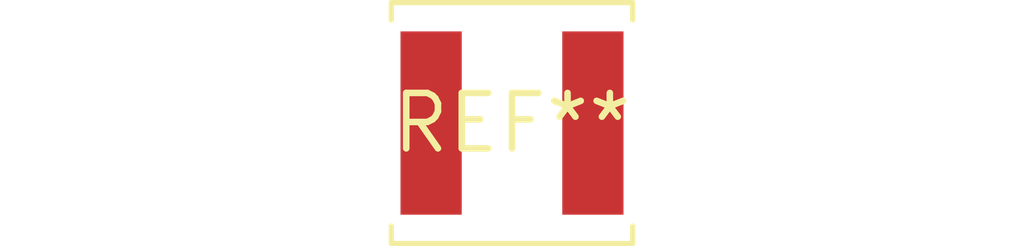
<source format=kicad_pcb>
(kicad_pcb (version 20240108) (generator pcbnew)
  (layers (0 "F.Cu" signal) (31 "B.Cu" signal) (34 "B.Paste" user) (35 "F.Paste" user) (36 "B.SilkS" user "B.Silkscreen") (37 "F.SilkS" user "F.Silkscreen") (38 "B.Mask" user) (39 "F.Mask" user) (44 "Edge.Cuts" user))
  (net 0 "")
  (footprint "L_Changjiang_FNR5012S" (layer "F.Cu") (at 0 0)
    (property "Reference" "REF**")
    (property "Value" "L_Changjiang_FNR5012S")
    (fp_line (start -2.76 -2.76) (end -2.76 -2.36) (layer "F.SilkS") (stroke (width 0.12)))
    (fp_line (start -2.76 -2.76) (end 2.76 -2.76) (layer "F.SilkS") (stroke (width 0.12)))
    (fp_line (start -2.76 2.76) (end -2.76 2.36) (layer "F.SilkS") (stroke (width 0.12)))
    (fp_line (start -2.76 2.76) (end 2.76 2.76) (layer "F.SilkS") (stroke (width 0.12)))
    (fp_line (start 2.76 -2.76) (end 2.76 -2.36) (layer "F.SilkS") (stroke (width 0.12)))
    (fp_line (start 2.76 2.76) (end 2.76 2.36) (layer "F.SilkS") (stroke (width 0.12)))
    (pad "1" smd rect (at -1.85 0) (size 1.4 4.2) (layers "F.Cu" "F.Paste" "F.Mask"))
    (pad "2" smd rect (at 1.85 0) (size 1.4 4.2) (layers "F.Cu" "F.Paste" "F.Mask"))
  )
)
</source>
